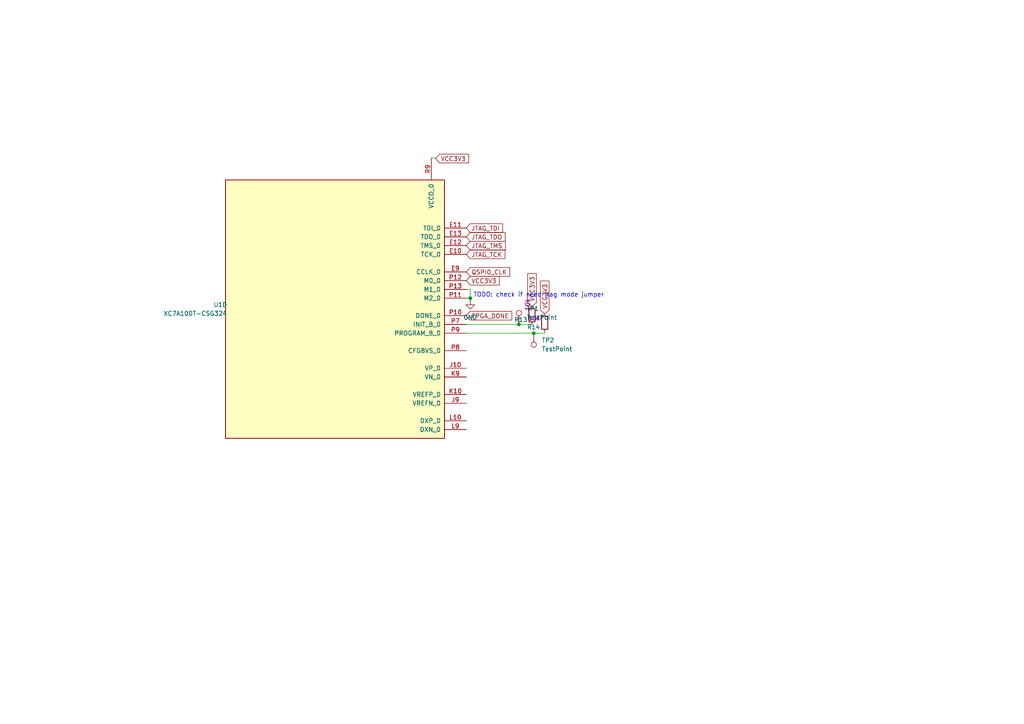
<source format=kicad_sch>
(kicad_sch (version 20230121) (generator eeschema)
  (paper "A4")
  (lib_symbols
    (symbol "Connector:TestPoint" (pin_numbers hide) (pin_names (offset 0.762) hide)
      (property "Reference" "TP" (at 0 6.858 0))
      (property "Value" "TestPoint" (at 0 5.08 0))
      (symbol "TestPoint_0_1"
        (circle (center 0 3.302) (radius 0.762))
      )
      (symbol "TestPoint_1_1"
        (pin passive line (at 0 0 90) (length 2.54) (name "1") (number "1"))
      )
    )
    (symbol "FPGA_Xilinx_Artix7:XC7A100T-CSG324" (pin_names (offset 1.016))
      (property "Reference" "U" (at 0 1.27 0))
      (property "Value" "XC7A100T-CSG324" (at 0 -1.27 0))
      (symbol "XC7A100T-CSG324_1_1"
        (rectangle (start -44.45 67.31) (end 44.45 -73.66) (stroke (width 0.254)) (fill (type background)))
        (pin bidirectional line (at 50.8 33.02 180) (length 6.35) (name "IO_L4N_T0_15") (number "A11"))
        (pin bidirectional line (at 50.8 10.16 180) (length 6.35) (name "IO_L9P_T1_DQS_AD3P_15") (number "A13"))
        (pin bidirectional line (at 50.8 7.62 180) (length 6.35) (name "IO_L9N_T1_DQS_AD3N_15") (number "A14"))
        (pin bidirectional line (at 50.8 15.24 180) (length 6.35) (name "IO_L8P_T1_AD10P_15") (number "A15"))
        (pin bidirectional line (at 50.8 12.7 180) (length 6.35) (name "IO_L8N_T1_AD10N_15") (number "A16"))
        (pin power_in line (at 27.94 73.66 270) (length 6.35) (name "VCCO_15") (number "A17"))
        (pin bidirectional line (at 50.8 2.54 180) (length 6.35) (name "IO_L10N_T1_AD11N_15") (number "A18"))
        (pin bidirectional line (at 50.8 35.56 180) (length 6.35) (name "IO_L4P_T0_15") (number "B11"))
        (pin bidirectional line (at 50.8 38.1 180) (length 6.35) (name "IO_L3N_T0_DQS_AD1N_15") (number "B12"))
        (pin bidirectional line (at 50.8 45.72 180) (length 6.35) (name "IO_L2P_T0_AD8P_15") (number "B13"))
        (pin bidirectional line (at 50.8 43.18 180) (length 6.35) (name "IO_L2N_T0_AD8N_15") (number "B14"))
        (pin bidirectional line (at 50.8 20.32 180) (length 6.35) (name "IO_L7P_T1_AD2P_15") (number "B16"))
        (pin bidirectional line (at 50.8 17.78 180) (length 6.35) (name "IO_L7N_T1_AD2N_15") (number "B17"))
        (pin bidirectional line (at 50.8 5.08 180) (length 6.35) (name "IO_L10P_T1_AD11P_15") (number "B18"))
        (pin bidirectional line (at 50.8 40.64 180) (length 6.35) (name "IO_L3P_T0_DQS_AD1P_15") (number "C12"))
        (pin power_in line (at 30.48 73.66 270) (length 6.35) (name "VCCO_15") (number "C13"))
        (pin bidirectional line (at 50.8 48.26 180) (length 6.35) (name "IO_L1N_T0_AD0N_15") (number "C14"))
        (pin bidirectional line (at 50.8 -7.62 180) (length 6.35) (name "IO_L12N_T1_MRCC_15") (number "C15"))
        (pin bidirectional line (at 50.8 -45.72 180) (length 6.35) (name "IO_L20P_T3_A20_15") (number "C16"))
        (pin bidirectional line (at 50.8 -48.26 180) (length 6.35) (name "IO_L20N_T3_A19_15") (number "C17"))
        (pin bidirectional line (at 50.8 25.4 180) (length 6.35) (name "IO_L6P_T0_15") (number "D12"))
        (pin bidirectional line (at 50.8 22.86 180) (length 6.35) (name "IO_L6N_T0_VREF_15") (number "D13"))
        (pin bidirectional line (at 50.8 50.8 180) (length 6.35) (name "IO_L1P_T0_AD0P_15") (number "D14"))
        (pin bidirectional line (at 50.8 -5.08 180) (length 6.35) (name "IO_L12P_T1_MRCC_15") (number "D15"))
        (pin power_in line (at 33.02 73.66 270) (length 6.35) (name "VCCO_15") (number "D16"))
        (pin bidirectional line (at 50.8 -27.94 180) (length 6.35) (name "IO_L16N_T2_A27_15") (number "D17"))
        (pin bidirectional line (at 50.8 -53.34 180) (length 6.35) (name "IO_L21N_T3_DQS_A18_15") (number "D18"))
        (pin bidirectional line (at 50.8 0 180) (length 6.35) (name "IO_L11P_T1_SRCC_15") (number "E15"))
        (pin bidirectional line (at 50.8 -2.54 180) (length 6.35) (name "IO_L11N_T1_SRCC_15") (number "E16"))
        (pin bidirectional line (at 50.8 -25.4 180) (length 6.35) (name "IO_L16P_T2_A28_15") (number "E17"))
        (pin bidirectional line (at 50.8 -50.8 180) (length 6.35) (name "IO_L21P_T3_DQS_15") (number "E18"))
        (pin bidirectional line (at 50.8 30.48 180) (length 6.35) (name "IO_L5P_T0_AD9P_15") (number "F13"))
        (pin bidirectional line (at 50.8 27.94 180) (length 6.35) (name "IO_L5N_T0_AD9N_15") (number "F14"))
        (pin bidirectional line (at 50.8 -15.24 180) (length 6.35) (name "IO_L14P_T2_SRCC_15") (number "F15"))
        (pin bidirectional line (at 50.8 -17.78 180) (length 6.35) (name "IO_L14N_T2_SRCC_15") (number "F16"))
        (pin bidirectional line (at 50.8 -58.42 180) (length 6.35) (name "IO_L22N_T3_A16_15") (number "F18"))
        (pin bidirectional line (at 50.8 53.34 180) (length 6.35) (name "IO_0_15") (number "G13"))
        (pin bidirectional line (at 50.8 -22.86 180) (length 6.35) (name "IO_L15N_T2_DQS_ADV_B_15") (number "G14"))
        (pin power_in line (at 35.56 73.66 270) (length 6.35) (name "VCCO_15") (number "G15"))
        (pin bidirectional line (at 50.8 -12.7 180) (length 6.35) (name "IO_L13N_T2_MRCC_15") (number "G16"))
        (pin bidirectional line (at 50.8 -38.1 180) (length 6.35) (name "IO_L18N_T2_A23_15") (number "G17"))
        (pin bidirectional line (at 50.8 -55.88 180) (length 6.35) (name "IO_L22P_T3_A17_15") (number "G18"))
        (pin bidirectional line (at 50.8 -20.32 180) (length 6.35) (name "IO_L15P_T2_DQS_15") (number "H14"))
        (pin bidirectional line (at 50.8 -43.18 180) (length 6.35) (name "IO_L19N_T3_A21_VREF_15") (number "H15"))
        (pin bidirectional line (at 50.8 -10.16 180) (length 6.35) (name "IO_L13P_T2_MRCC_15") (number "H16"))
        (pin bidirectional line (at 50.8 -35.56 180) (length 6.35) (name "IO_L18P_T2_A24_15") (number "H17"))
        (pin power_in line (at 38.1 73.66 270) (length 6.35) (name "VCCO_15") (number "H18"))
        (pin bidirectional line (at 50.8 -33.02 180) (length 6.35) (name "IO_L17N_T2_A25_15") (number "J13"))
        (pin bidirectional line (at 50.8 -40.64 180) (length 6.35) (name "IO_L19P_T3_A22_15") (number "J14"))
        (pin bidirectional line (at 50.8 -68.58 180) (length 6.35) (name "IO_L24N_T3_RS0_15") (number "J15"))
        (pin bidirectional line (at 50.8 -60.96 180) (length 6.35) (name "IO_L23P_T3_FOE_B_15") (number "J17"))
        (pin bidirectional line (at 50.8 -63.5 180) (length 6.35) (name "IO_L23N_T3_FWE_B_15") (number "J18"))
        (pin bidirectional line (at 50.8 -30.48 180) (length 6.35) (name "IO_L17P_T2_A26_15") (number "K13"))
        (pin power_in line (at 40.64 73.66 270) (length 6.35) (name "VCCO_15") (number "K14"))
        (pin bidirectional line (at 50.8 -66.04 180) (length 6.35) (name "IO_L24P_T3_RS1_15") (number "K15"))
        (pin bidirectional line (at 50.8 -71.12 180) (length 6.35) (name "IO_25_15") (number "K16"))
        (pin bidirectional line (at -50.8 50.8 0) (length 6.35) (name "IO_L1P_T0_D00_MOSI_14") (number "K17"))
        (pin bidirectional line (at -50.8 48.26 0) (length 6.35) (name "IO_L1N_T0_D01_DIN_14") (number "K18"))
        (pin bidirectional line (at -50.8 25.4 0) (length 6.35) (name "IO_L6P_T0_FCS_B_14") (number "L13"))
        (pin bidirectional line (at -50.8 45.72 0) (length 6.35) (name "IO_L2P_T0_D02_14") (number "L14"))
        (pin bidirectional line (at -50.8 40.64 0) (length 6.35) (name "IO_L3P_T0_DQS_PUDC_B_14") (number "L15"))
        (pin bidirectional line (at -50.8 38.1 0) (length 6.35) (name "IO_L3N_T0_DQS_EMCCLK_14") (number "L16"))
        (pin power_in line (at -40.64 73.66 270) (length 6.35) (name "VCCO_14") (number "L17"))
        (pin bidirectional line (at -50.8 35.56 0) (length 6.35) (name "IO_L4P_T0_D04_14") (number "L18"))
        (pin bidirectional line (at -50.8 22.86 0) (length 6.35) (name "IO_L6N_T0_D08_VREF_14") (number "M13"))
        (pin bidirectional line (at -50.8 43.18 0) (length 6.35) (name "IO_L2N_T0_D03_14") (number "M14"))
        (pin bidirectional line (at -50.8 5.08 0) (length 6.35) (name "IO_L10P_T1_D14_14") (number "M16"))
        (pin bidirectional line (at -50.8 2.54 0) (length 6.35) (name "IO_L10N_T1_D15_14") (number "M17"))
        (pin bidirectional line (at -50.8 33.02 0) (length 6.35) (name "IO_L4N_T0_D05_14") (number "M18"))
        (pin power_in line (at -38.1 73.66 270) (length 6.35) (name "VCCO_14") (number "N13"))
        (pin bidirectional line (at -50.8 15.24 0) (length 6.35) (name "IO_L8P_T1_D11_14") (number "N14"))
        (pin bidirectional line (at -50.8 0 0) (length 6.35) (name "IO_L11P_T1_SRCC_14") (number "N15"))
        (pin bidirectional line (at -50.8 -2.54 0) (length 6.35) (name "IO_L11N_T1_SRCC_14") (number "N16"))
        (pin bidirectional line (at -50.8 10.16 0) (length 6.35) (name "IO_L9P_T1_DQS_14") (number "N17"))
        (pin bidirectional line (at -50.8 12.7 0) (length 6.35) (name "IO_L8N_T1_D12_14") (number "P14"))
        (pin bidirectional line (at -50.8 -10.16 0) (length 6.35) (name "IO_L13P_T2_MRCC_14") (number "P15"))
        (pin power_in line (at -35.56 73.66 270) (length 6.35) (name "VCCO_14") (number "P16"))
        (pin bidirectional line (at -50.8 -5.08 0) (length 6.35) (name "IO_L12P_T1_MRCC_14") (number "P17"))
        (pin bidirectional line (at -50.8 7.62 0) (length 6.35) (name "IO_L9N_T1_DQS_D13_14") (number "P18"))
        (pin bidirectional line (at -50.8 -71.12 0) (length 6.35) (name "IO_25_14") (number "R10"))
        (pin bidirectional line (at -50.8 53.34 0) (length 6.35) (name "IO_0_14") (number "R11"))
        (pin bidirectional line (at -50.8 30.48 0) (length 6.35) (name "IO_L5P_T0_D06_14") (number "R12"))
        (pin bidirectional line (at -50.8 27.94 0) (length 6.35) (name "IO_L5N_T0_D07_14") (number "R13"))
        (pin bidirectional line (at -50.8 -12.7 0) (length 6.35) (name "IO_L13N_T2_MRCC_14") (number "R15"))
        (pin bidirectional line (at -50.8 -20.32 0) (length 6.35) (name "IO_L15P_T2_DQS_RDWR_B_14") (number "R16"))
        (pin bidirectional line (at -50.8 -7.62 0) (length 6.35) (name "IO_L12N_T1_MRCC_14") (number "R17"))
        (pin bidirectional line (at -50.8 20.32 0) (length 6.35) (name "IO_L7P_T1_D09_14") (number "R18"))
        (pin bidirectional line (at -50.8 -68.58 0) (length 6.35) (name "IO_L24N_T3_A00_D16_14") (number "T10"))
        (pin bidirectional line (at -50.8 -40.64 0) (length 6.35) (name "IO_L19P_T3_A10_D26_14") (number "T11"))
        (pin power_in line (at -33.02 73.66 270) (length 6.35) (name "VCCO_14") (number "T12"))
        (pin bidirectional line (at -50.8 -60.96 0) (length 6.35) (name "IO_L23P_T3_A03_D19_14") (number "T13"))
        (pin bidirectional line (at -50.8 -15.24 0) (length 6.35) (name "IO_L14P_T2_SRCC_14") (number "T14"))
        (pin bidirectional line (at -50.8 -17.78 0) (length 6.35) (name "IO_L14N_T2_SRCC_14") (number "T15"))
        (pin bidirectional line (at -50.8 -22.86 0) (length 6.35) (name "IO_L15N_T2_DQS_DOUT_CSO_B_14") (number "T16"))
        (pin bidirectional line (at -50.8 17.78 0) (length 6.35) (name "IO_L7N_T1_D10_14") (number "T18"))
        (pin bidirectional line (at -50.8 -66.04 0) (length 6.35) (name "IO_L24P_T3_A01_D17_14") (number "T9"))
        (pin bidirectional line (at -50.8 -43.18 0) (length 6.35) (name "IO_L19N_T3_A09_D25_VREF_14") (number "U11"))
        (pin bidirectional line (at -50.8 -45.72 0) (length 6.35) (name "IO_L20P_T3_A08_D24_14") (number "U12"))
        (pin bidirectional line (at -50.8 -63.5 0) (length 6.35) (name "IO_L23N_T3_A02_D18_14") (number "U13"))
        (pin bidirectional line (at -50.8 -55.88 0) (length 6.35) (name "IO_L22P_T3_A05_D21_14") (number "U14"))
        (pin power_in line (at -30.48 73.66 270) (length 6.35) (name "VCCO_14") (number "U15"))
        (pin bidirectional line (at -50.8 -35.56 0) (length 6.35) (name "IO_L18P_T2_A12_D28_14") (number "U16"))
        (pin bidirectional line (at -50.8 -30.48 0) (length 6.35) (name "IO_L17P_T2_A14_D30_14") (number "U17"))
        (pin bidirectional line (at -50.8 -33.02 0) (length 6.35) (name "IO_L17N_T2_A13_D29_14") (number "U18"))
        (pin bidirectional line (at -50.8 -50.8 0) (length 6.35) (name "IO_L21P_T3_DQS_14") (number "V10"))
        (pin bidirectional line (at -50.8 -53.34 0) (length 6.35) (name "IO_L21N_T3_DQS_A06_D22_14") (number "V11"))
        (pin bidirectional line (at -50.8 -48.26 0) (length 6.35) (name "IO_L20N_T3_A07_D23_14") (number "V12"))
        (pin bidirectional line (at -50.8 -58.42 0) (length 6.35) (name "IO_L22N_T3_A04_D20_14") (number "V14"))
        (pin bidirectional line (at -50.8 -25.4 0) (length 6.35) (name "IO_L16P_T2_CSI_B_14") (number "V15"))
        (pin bidirectional line (at -50.8 -27.94 0) (length 6.35) (name "IO_L16N_T2_A15_D31_14") (number "V16"))
        (pin bidirectional line (at -50.8 -38.1 0) (length 6.35) (name "IO_L18N_T2_A11_D27_14") (number "V17"))
        (pin power_in line (at -27.94 73.66 270) (length 6.35) (name "VCCO_14") (number "V18"))
      )
      (symbol "XC7A100T-CSG324_2_1"
        (rectangle (start -44.45 67.31) (end 44.45 -73.66) (stroke (width 0.254)) (fill (type background)))
        (pin bidirectional line (at -50.8 35.56 0) (length 6.35) (name "IO_L14P_T2_SRCC_16") (number "A10"))
        (pin bidirectional line (at -50.8 43.18 0) (length 6.35) (name "IO_L12N_T1_MRCC_16") (number "A8"))
        (pin bidirectional line (at -50.8 33.02 0) (length 6.35) (name "IO_L14N_T2_SRCC_16") (number "A9"))
        (pin power_in line (at -40.64 73.66 270) (length 6.35) (name "VCCO_16") (number "B10"))
        (pin bidirectional line (at -50.8 45.72 0) (length 6.35) (name "IO_L12P_T1_MRCC_16") (number "B8"))
        (pin bidirectional line (at -50.8 48.26 0) (length 6.35) (name "IO_L11N_T1_SRCC_16") (number "B9"))
        (pin bidirectional line (at -50.8 38.1 0) (length 6.35) (name "IO_L13N_T2_MRCC_16") (number "C10"))
        (pin bidirectional line (at -50.8 40.64 0) (length 6.35) (name "IO_L13P_T2_MRCC_16") (number "C11"))
        (pin bidirectional line (at -50.8 50.8 0) (length 6.35) (name "IO_L11P_T1_SRCC_16") (number "C9"))
        (pin bidirectional line (at -50.8 30.48 0) (length 6.35) (name "IO_L19N_T3_VREF_16") (number "D10"))
        (pin bidirectional line (at -50.8 53.34 0) (length 6.35) (name "IO_L6N_T0_VREF_16") (number "D9"))
        (pin bidirectional line (at 50.8 45.72 180) (length 6.35) (name "IO_L2P_T0_34") (number "K3"))
        (pin power_in line (at 27.94 73.66 270) (length 6.35) (name "VCCO_34") (number "K4"))
        (pin bidirectional line (at 50.8 30.48 180) (length 6.35) (name "IO_L5P_T0_34") (number "K5"))
        (pin bidirectional line (at 50.8 53.34 180) (length 6.35) (name "IO_0_34") (number "K6"))
        (pin bidirectional line (at 50.8 50.8 180) (length 6.35) (name "IO_L1P_T0_34") (number "L1"))
        (pin bidirectional line (at 50.8 43.18 180) (length 6.35) (name "IO_L2N_T0_34") (number "L3"))
        (pin bidirectional line (at 50.8 27.94 180) (length 6.35) (name "IO_L5N_T0_34") (number "L4"))
        (pin bidirectional line (at 50.8 22.86 180) (length 6.35) (name "IO_L6N_T0_VREF_34") (number "L5"))
        (pin bidirectional line (at 50.8 25.4 180) (length 6.35) (name "IO_L6P_T0_34") (number "L6"))
        (pin bidirectional line (at 50.8 48.26 180) (length 6.35) (name "IO_L1N_T0_34") (number "M1"))
        (pin bidirectional line (at 50.8 33.02 180) (length 6.35) (name "IO_L4N_T0_34") (number "M2"))
        (pin bidirectional line (at 50.8 35.56 180) (length 6.35) (name "IO_L4P_T0_34") (number "M3"))
        (pin bidirectional line (at 50.8 -25.4 180) (length 6.35) (name "IO_L16P_T2_34") (number "M4"))
        (pin bidirectional line (at 50.8 -35.56 180) (length 6.35) (name "IO_L18P_T2_34") (number "M6"))
        (pin bidirectional line (at 50.8 38.1 180) (length 6.35) (name "IO_L3N_T0_DQS_34") (number "N1"))
        (pin bidirectional line (at 50.8 40.64 180) (length 6.35) (name "IO_L3P_T0_DQS_34") (number "N2"))
        (pin power_in line (at 30.48 73.66 270) (length 6.35) (name "VCCO_34") (number "N3"))
        (pin bidirectional line (at 50.8 -27.94 180) (length 6.35) (name "IO_L16N_T2_34") (number "N4"))
        (pin bidirectional line (at 50.8 -10.16 180) (length 6.35) (name "IO_L13P_T2_MRCC_34") (number "N5"))
        (pin bidirectional line (at 50.8 -38.1 180) (length 6.35) (name "IO_L18N_T2_34") (number "N6"))
        (pin bidirectional line (at 50.8 -20.32 180) (length 6.35) (name "IO_L15P_T2_DQS_34") (number "P2"))
        (pin bidirectional line (at 50.8 -17.78 180) (length 6.35) (name "IO_L14N_T2_SRCC_34") (number "P3"))
        (pin bidirectional line (at 50.8 -15.24 180) (length 6.35) (name "IO_L14P_T2_SRCC_34") (number "P4"))
        (pin bidirectional line (at 50.8 -12.7 180) (length 6.35) (name "IO_L13N_T2_MRCC_34") (number "P5"))
        (pin power_in line (at 33.02 73.66 270) (length 6.35) (name "VCCO_34") (number "P6"))
        (pin bidirectional line (at 50.8 -30.48 180) (length 6.35) (name "IO_L17P_T2_34") (number "R1"))
        (pin bidirectional line (at 50.8 -22.86 180) (length 6.35) (name "IO_L15N_T2_DQS_34") (number "R2"))
        (pin bidirectional line (at 50.8 0 180) (length 6.35) (name "IO_L11P_T1_SRCC_34") (number "R3"))
        (pin bidirectional line (at 50.8 -43.18 180) (length 6.35) (name "IO_L19N_T3_VREF_34") (number "R5"))
        (pin bidirectional line (at 50.8 -40.64 180) (length 6.35) (name "IO_L19P_T3_34") (number "R6"))
        (pin bidirectional line (at 50.8 -60.96 180) (length 6.35) (name "IO_L23P_T3_34") (number "R7"))
        (pin bidirectional line (at 50.8 -66.04 180) (length 6.35) (name "IO_L24P_T3_34") (number "R8"))
        (pin bidirectional line (at 50.8 -33.02 180) (length 6.35) (name "IO_L17N_T2_34") (number "T1"))
        (pin power_in line (at 35.56 73.66 270) (length 6.35) (name "VCCO_34") (number "T2"))
        (pin bidirectional line (at 50.8 -2.54 180) (length 6.35) (name "IO_L11N_T1_SRCC_34") (number "T3"))
        (pin bidirectional line (at 50.8 -7.62 180) (length 6.35) (name "IO_L12N_T1_MRCC_34") (number "T4"))
        (pin bidirectional line (at 50.8 -5.08 180) (length 6.35) (name "IO_L12P_T1_MRCC_34") (number "T5"))
        (pin bidirectional line (at 50.8 -63.5 180) (length 6.35) (name "IO_L23N_T3_34") (number "T6"))
        (pin bidirectional line (at 50.8 -68.58 180) (length 6.35) (name "IO_L24N_T3_34") (number "T8"))
        (pin bidirectional line (at 50.8 20.32 180) (length 6.35) (name "IO_L7P_T1_34") (number "U1"))
        (pin bidirectional line (at 50.8 10.16 180) (length 6.35) (name "IO_L9P_T1_DQS_34") (number "U2"))
        (pin bidirectional line (at 50.8 12.7 180) (length 6.35) (name "IO_L8N_T1_34") (number "U3"))
        (pin bidirectional line (at 50.8 15.24 180) (length 6.35) (name "IO_L8P_T1_34") (number "U4"))
        (pin power_in line (at 38.1 73.66 270) (length 6.35) (name "VCCO_34") (number "U5"))
        (pin bidirectional line (at 50.8 -58.42 180) (length 6.35) (name "IO_L22N_T3_34") (number "U6"))
        (pin bidirectional line (at 50.8 -55.88 180) (length 6.35) (name "IO_L22P_T3_34") (number "U7"))
        (pin bidirectional line (at 50.8 -71.12 180) (length 6.35) (name "IO_25_34") (number "U8"))
        (pin bidirectional line (at 50.8 -50.8 180) (length 6.35) (name "IO_L21P_T3_DQS_34") (number "U9"))
        (pin bidirectional line (at 50.8 17.78 180) (length 6.35) (name "IO_L7N_T1_34") (number "V1"))
        (pin bidirectional line (at 50.8 7.62 180) (length 6.35) (name "IO_L9N_T1_DQS_34") (number "V2"))
        (pin bidirectional line (at 50.8 2.54 180) (length 6.35) (name "IO_L10N_T1_34") (number "V4"))
        (pin bidirectional line (at 50.8 5.08 180) (length 6.35) (name "IO_L10P_T1_34") (number "V5"))
        (pin bidirectional line (at 50.8 -48.26 180) (length 6.35) (name "IO_L20N_T3_34") (number "V6"))
        (pin bidirectional line (at 50.8 -45.72 180) (length 6.35) (name "IO_L20P_T3_34") (number "V7"))
        (pin power_in line (at 40.64 73.66 270) (length 6.35) (name "VCCO_34") (number "V8"))
        (pin bidirectional line (at 50.8 -53.34 180) (length 6.35) (name "IO_L21N_T3_DQS_34") (number "V9"))
      )
      (symbol "XC7A100T-CSG324_3_1"
        (rectangle (start -44.45 67.31) (end 44.45 -73.66) (stroke (width 0.254)) (fill (type background)))
        (pin bidirectional line (at -50.8 7.62 0) (length 6.35) (name "IO_L9N_T1_DQS_AD7N_35") (number "A1"))
        (pin bidirectional line (at -50.8 12.7 0) (length 6.35) (name "IO_L8N_T1_AD14N_35") (number "A3"))
        (pin bidirectional line (at -50.8 15.24 0) (length 6.35) (name "IO_L8P_T1_AD14P_35") (number "A4"))
        (pin bidirectional line (at -50.8 38.1 0) (length 6.35) (name "IO_L3N_T0_DQS_AD5N_35") (number "A5"))
        (pin bidirectional line (at -50.8 40.64 0) (length 6.35) (name "IO_L3P_T0_DQS_AD5P_35") (number "A6"))
        (pin power_in line (at -40.64 73.66 270) (length 6.35) (name "VCCO_35") (number "A7"))
        (pin bidirectional line (at -50.8 10.16 0) (length 6.35) (name "IO_L9P_T1_DQS_AD7P_35") (number "B1"))
        (pin bidirectional line (at -50.8 2.54 0) (length 6.35) (name "IO_L10N_T1_AD15N_35") (number "B2"))
        (pin bidirectional line (at -50.8 5.08 0) (length 6.35) (name "IO_L10P_T1_AD15P_35") (number "B3"))
        (pin bidirectional line (at -50.8 17.78 0) (length 6.35) (name "IO_L7N_T1_AD6N_35") (number "B4"))
        (pin bidirectional line (at -50.8 43.18 0) (length 6.35) (name "IO_L2N_T0_AD12N_35") (number "B6"))
        (pin bidirectional line (at -50.8 45.72 0) (length 6.35) (name "IO_L2P_T0_AD12P_35") (number "B7"))
        (pin bidirectional line (at -50.8 -27.94 0) (length 6.35) (name "IO_L16N_T2_35") (number "C1"))
        (pin bidirectional line (at -50.8 -25.4 0) (length 6.35) (name "IO_L16P_T2_35") (number "C2"))
        (pin power_in line (at -38.1 73.66 270) (length 6.35) (name "VCCO_35") (number "C3"))
        (pin bidirectional line (at -50.8 20.32 0) (length 6.35) (name "IO_L7P_T1_AD6P_35") (number "C4"))
        (pin bidirectional line (at -50.8 48.26 0) (length 6.35) (name "IO_L1N_T0_AD4N_35") (number "C5"))
        (pin bidirectional line (at -50.8 50.8 0) (length 6.35) (name "IO_L1P_T0_AD4P_35") (number "C6"))
        (pin bidirectional line (at -50.8 33.02 0) (length 6.35) (name "IO_L4N_T0_35") (number "C7"))
        (pin bidirectional line (at -50.8 -17.78 0) (length 6.35) (name "IO_L14N_T2_SRCC_35") (number "D2"))
        (pin bidirectional line (at -50.8 -7.62 0) (length 6.35) (name "IO_L12N_T1_MRCC_35") (number "D3"))
        (pin bidirectional line (at -50.8 -2.54 0) (length 6.35) (name "IO_L11N_T1_SRCC_35") (number "D4"))
        (pin bidirectional line (at -50.8 0 0) (length 6.35) (name "IO_L11P_T1_SRCC_35") (number "D5"))
        (pin power_in line (at -35.56 73.66 270) (length 6.35) (name "VCCO_35") (number "D6"))
        (pin bidirectional line (at -50.8 22.86 0) (length 6.35) (name "IO_L6N_T0_VREF_35") (number "D7"))
        (pin bidirectional line (at -50.8 35.56 0) (length 6.35) (name "IO_L4P_T0_35") (number "D8"))
        (pin bidirectional line (at -50.8 -38.1 0) (length 6.35) (name "IO_L18N_T2_35") (number "E1"))
        (pin bidirectional line (at -50.8 -15.24 0) (length 6.35) (name "IO_L14P_T2_SRCC_35") (number "E2"))
        (pin bidirectional line (at -50.8 -5.08 0) (length 6.35) (name "IO_L12P_T1_MRCC_35") (number "E3"))
        (pin bidirectional line (at -50.8 27.94 0) (length 6.35) (name "IO_L5N_T0_AD13N_35") (number "E5"))
        (pin bidirectional line (at -50.8 30.48 0) (length 6.35) (name "IO_L5P_T0_AD13P_35") (number "E6"))
        (pin bidirectional line (at -50.8 25.4 0) (length 6.35) (name "IO_L6P_T0_35") (number "E7"))
        (pin bidirectional line (at -50.8 -35.56 0) (length 6.35) (name "IO_L18P_T2_35") (number "F1"))
        (pin power_in line (at -33.02 73.66 270) (length 6.35) (name "VCCO_35") (number "F2"))
        (pin bidirectional line (at -50.8 -12.7 0) (length 6.35) (name "IO_L13N_T2_MRCC_35") (number "F3"))
        (pin bidirectional line (at -50.8 -10.16 0) (length 6.35) (name "IO_L13P_T2_MRCC_35") (number "F4"))
        (pin bidirectional line (at -50.8 53.34 0) (length 6.35) (name "IO_0_35") (number "F5"))
        (pin bidirectional line (at -50.8 -43.18 0) (length 6.35) (name "IO_L19N_T3_VREF_35") (number "F6"))
        (pin bidirectional line (at -50.8 -33.02 0) (length 6.35) (name "IO_L17N_T2_35") (number "G1"))
        (pin bidirectional line (at -50.8 -22.86 0) (length 6.35) (name "IO_L15N_T2_DQS_35") (number "G2"))
        (pin bidirectional line (at -50.8 -48.26 0) (length 6.35) (name "IO_L20N_T3_35") (number "G3"))
        (pin bidirectional line (at -50.8 -45.72 0) (length 6.35) (name "IO_L20P_T3_35") (number "G4"))
        (pin power_in line (at -30.48 73.66 270) (length 6.35) (name "VCCO_35") (number "G5"))
        (pin bidirectional line (at -50.8 -40.64 0) (length 6.35) (name "IO_L19P_T3_35") (number "G6"))
        (pin bidirectional line (at -50.8 -30.48 0) (length 6.35) (name "IO_L17P_T2_35") (number "H1"))
        (pin bidirectional line (at -50.8 -20.32 0) (length 6.35) (name "IO_L15P_T2_DQS_35") (number "H2"))
        (pin bidirectional line (at -50.8 -53.34 0) (length 6.35) (name "IO_L21N_T3_DQS_35") (number "H4"))
        (pin bidirectional line (at -50.8 -68.58 0) (length 6.35) (name "IO_L24N_T3_35") (number "H5"))
        (pin bidirectional line (at -50.8 -66.04 0) (length 6.35) (name "IO_L24P_T3_35") (number "H6"))
        (pin power_in line (at -27.94 73.66 270) (length 6.35) (name "VCCO_35") (number "J1"))
        (pin bidirectional line (at -50.8 -58.42 0) (length 6.35) (name "IO_L22N_T3_35") (number "J2"))
        (pin bidirectional line (at -50.8 -55.88 0) (length 6.35) (name "IO_L22P_T3_35") (number "J3"))
        (pin bidirectional line (at -50.8 -50.8 0) (length 6.35) (name "IO_L21P_T3_DQS_35") (number "J4"))
        (pin bidirectional line (at -50.8 -71.12 0) (length 6.35) (name "IO_25_35") (number "J5"))
        (pin bidirectional line (at -50.8 -63.5 0) (length 6.35) (name "IO_L23N_T3_35") (number "K1"))
        (pin bidirectional line (at -50.8 -60.96 0) (length 6.35) (name "IO_L23P_T3_35") (number "K2"))
      )
      (symbol "XC7A100T-CSG324_4_1"
        (rectangle (start -31.75 34.29) (end 31.75 -40.64) (stroke (width 0.254)) (fill (type background)))
        (pin bidirectional line (at 38.1 12.7 180) (length 6.35) (name "TCK_0") (number "E10"))
        (pin bidirectional line (at 38.1 20.32 180) (length 6.35) (name "TDI_0") (number "E11"))
        (pin bidirectional line (at 38.1 15.24 180) (length 6.35) (name "TMS_0") (number "E12"))
        (pin bidirectional line (at 38.1 17.78 180) (length 6.35) (name "TDO_0") (number "E13"))
        (pin bidirectional line (at 38.1 7.62 180) (length 6.35) (name "CCLK_0") (number "E9"))
        (pin bidirectional line (at 38.1 -20.32 180) (length 6.35) (name "VP_0") (number "J10"))
        (pin bidirectional line (at 38.1 -30.48 180) (length 6.35) (name "VREFN_0") (number "J9"))
        (pin bidirectional line (at 38.1 -27.94 180) (length 6.35) (name "VREFP_0") (number "K10"))
        (pin bidirectional line (at 38.1 -22.86 180) (length 6.35) (name "VN_0") (number "K9"))
        (pin bidirectional line (at 38.1 -35.56 180) (length 6.35) (name "DXP_0") (number "L10"))
        (pin bidirectional line (at 38.1 -38.1 180) (length 6.35) (name "DXN_0") (number "L9"))
        (pin bidirectional line (at 38.1 -5.08 180) (length 6.35) (name "DONE_0") (number "P10"))
        (pin bidirectional line (at 38.1 0 180) (length 6.35) (name "M2_0") (number "P11"))
        (pin bidirectional line (at 38.1 5.08 180) (length 6.35) (name "M0_0") (number "P12"))
        (pin bidirectional line (at 38.1 2.54 180) (length 6.35) (name "M1_0") (number "P13"))
        (pin bidirectional line (at 38.1 -7.62 180) (length 6.35) (name "INIT_B_0") (number "P7"))
        (pin bidirectional line (at 38.1 -15.24 180) (length 6.35) (name "CFGBVS_0") (number "P8"))
        (pin bidirectional line (at 38.1 -10.16 180) (length 6.35) (name "PROGRAM_B_0") (number "P9"))
        (pin power_in line (at 27.94 40.64 270) (length 6.35) (name "VCCO_0") (number "R9"))
      )
      (symbol "XC7A100T-CSG324_5_1"
        (rectangle (start -19.05 50.8) (end 19.05 -50.8) (stroke (width 0.254)) (fill (type background)))
        (pin power_in line (at -25.4 7.62 0) (length 6.35) (name "GND") (number "A12"))
        (pin power_in line (at -25.4 10.16 0) (length 6.35) (name "GND") (number "A2"))
        (pin power_in line (at -25.4 2.54 0) (length 6.35) (name "GND") (number "B15"))
        (pin power_in line (at -25.4 5.08 0) (length 6.35) (name "GND") (number "B5"))
        (pin power_in line (at -25.4 -2.54 0) (length 6.35) (name "GND") (number "C18"))
        (pin power_in line (at -25.4 0 0) (length 6.35) (name "GND") (number "C8"))
        (pin power_in line (at -25.4 -5.08 0) (length 6.35) (name "GND") (number "D1"))
        (pin power_in line (at -25.4 -7.62 0) (length 6.35) (name "GND") (number "D11"))
        (pin power_in line (at -25.4 -12.7 0) (length 6.35) (name "GND") (number "E14"))
        (pin power_in line (at -25.4 -10.16 0) (length 6.35) (name "GND") (number "E4"))
        (pin power_in line (at -25.4 30.48 0) (length 6.35) (name "VCCBATT_0") (number "E8"))
        (pin power_in line (at -25.4 27.94 0) (length 6.35) (name "VCCBRAM") (number "F10"))
        (pin power_in line (at -25.4 -20.32 0) (length 6.35) (name "GND") (number "F11"))
        (pin power_in line (at -25.4 48.26 0) (length 6.35) (name "VCCAUX") (number "F12"))
        (pin power_in line (at -25.4 -22.86 0) (length 6.35) (name "GND") (number "F17"))
        (pin power_in line (at -25.4 -15.24 0) (length 6.35) (name "GND") (number "F7"))
        (pin power_in line (at 25.4 48.26 180) (length 6.35) (name "VCCINT") (number "F8"))
        (pin power_in line (at -25.4 -17.78 0) (length 6.35) (name "GND") (number "F9"))
        (pin power_in line (at -25.4 -27.94 0) (length 6.35) (name "GND") (number "G10"))
        (pin power_in line (at -25.4 25.4 0) (length 6.35) (name "VCCBRAM") (number "G11"))
        (pin power_in line (at -25.4 -30.48 0) (length 6.35) (name "GND") (number "G12"))
        (pin power_in line (at 25.4 45.72 180) (length 6.35) (name "VCCINT") (number "G7"))
        (pin power_in line (at -25.4 -25.4 0) (length 6.35) (name "GND") (number "G8"))
        (pin power_in line (at 25.4 43.18 180) (length 6.35) (name "VCCINT") (number "G9"))
        (pin power_in line (at -25.4 33.02 0) (length 6.35) (name "VCCADC_0") (number "H10"))
        (pin power_in line (at -25.4 -38.1 0) (length 6.35) (name "GND") (number "H11"))
        (pin power_in line (at -25.4 45.72 0) (length 6.35) (name "VCCAUX") (number "H12"))
        (pin power_in line (at -25.4 -40.64 0) (length 6.35) (name "GND") (number "H13"))
        (pin power_in line (at -25.4 -33.02 0) (length 6.35) (name "GND") (number "H3"))
        (pin power_in line (at -25.4 -35.56 0) (length 6.35) (name "GND") (number "H7"))
        (pin power_in line (at 25.4 40.64 180) (length 6.35) (name "VCCINT") (number "H8"))
        (pin power_in line (at -25.4 35.56 0) (length 6.35) (name "GNDADC_0") (number "H9"))
        (pin power_in line (at 25.4 35.56 180) (length 6.35) (name "VCCINT") (number "J11"))
        (pin power_in line (at -25.4 -48.26 0) (length 6.35) (name "GND") (number "J12"))
        (pin power_in line (at 25.4 7.62 180) (length 6.35) (name "GND") (number "J16"))
        (pin power_in line (at -25.4 -43.18 0) (length 6.35) (name "GND") (number "J6"))
        (pin power_in line (at 25.4 38.1 180) (length 6.35) (name "VCCINT") (number "J7"))
        (pin power_in line (at -25.4 -45.72 0) (length 6.35) (name "GND") (number "J8"))
        (pin power_in line (at 25.4 2.54 180) (length 6.35) (name "GND") (number "K11"))
        (pin power_in line (at -25.4 43.18 0) (length 6.35) (name "VCCAUX") (number "K12"))
        (pin power_in line (at 25.4 5.08 180) (length 6.35) (name "GND") (number "K7"))
        (pin power_in line (at 25.4 33.02 180) (length 6.35) (name "VCCINT") (number "K8"))
        (pin power_in line (at 25.4 27.94 180) (length 6.35) (name "VCCINT") (number "L11"))
        (pin power_in line (at 25.4 -5.08 180) (length 6.35) (name "GND") (number "L12"))
        (pin power_in line (at 25.4 0 180) (length 6.35) (name "GND") (number "L2"))
        (pin power_in line (at 25.4 30.48 180) (length 6.35) (name "VCCINT") (number "L7"))
        (pin power_in line (at 25.4 -2.54 180) (length 6.35) (name "GND") (number "L8"))
        (pin power_in line (at 25.4 22.86 180) (length 6.35) (name "VCCINT") (number "M10"))
        (pin power_in line (at 25.4 -15.24 180) (length 6.35) (name "GND") (number "M11"))
        (pin power_in line (at -25.4 40.64 0) (length 6.35) (name "VCCAUX") (number "M12"))
        (pin power_in line (at 25.4 -17.78 180) (length 6.35) (name "GND") (number "M15"))
        (pin power_in line (at 25.4 -7.62 180) (length 6.35) (name "GND") (number "M5"))
        (pin power_in line (at 25.4 -10.16 180) (length 6.35) (name "GND") (number "M7"))
        (pin power_in line (at 25.4 25.4 180) (length 6.35) (name "VCCINT") (number "M8"))
        (pin power_in line (at 25.4 -12.7 180) (length 6.35) (name "GND") (number "M9"))
        (pin power_in line (at 25.4 -22.86 180) (length 6.35) (name "GND") (number "N10"))
        (pin power_in line (at 25.4 15.24 180) (length 6.35) (name "VCCINT") (number "N11"))
        (pin power_in line (at 25.4 -25.4 180) (length 6.35) (name "GND") (number "N12"))
        (pin power_in line (at 25.4 -27.94 180) (length 6.35) (name "GND") (number "N18"))
        (pin power_in line (at 25.4 20.32 180) (length 6.35) (name "VCCINT") (number "N7"))
        (pin power_in line (at 25.4 -20.32 180) (length 6.35) (name "GND") (number "N8"))
        (pin power_in line (at 25.4 17.78 180) (length 6.35) (name "VCCINT") (number "N9"))
        (pin power_in line (at 25.4 -30.48 180) (length 6.35) (name "GND") (number "P1"))
        (pin power_in line (at 25.4 -35.56 180) (length 6.35) (name "GND") (number "R14"))
        (pin power_in line (at 25.4 -33.02 180) (length 6.35) (name "GND") (number "R4"))
        (pin power_in line (at 25.4 -40.64 180) (length 6.35) (name "GND") (number "T17"))
        (pin power_in line (at 25.4 -38.1 180) (length 6.35) (name "GND") (number "T7"))
        (pin power_in line (at 25.4 -43.18 180) (length 6.35) (name "GND") (number "U10"))
        (pin power_in line (at 25.4 -48.26 180) (length 6.35) (name "GND") (number "V13"))
        (pin power_in line (at 25.4 -45.72 180) (length 6.35) (name "GND") (number "V3"))
      )
    )
    (symbol "R_100k_0402_1" (pin_numbers hide) (pin_names hide)
      (property "Reference" "R" (at 20.32 -5.08 0))
      (property "Val" "100k" (at 20.32 -7.62 0))
      (symbol "R_100k_0402_1_0_1"
        (rectangle (start 0.635 0.889) (end 4.445 -0.889) (stroke (width 0.254)))
      )
      (symbol "R_100k_0402_1_1_1"
        (pin passive line (at 0 0 0) (length 0.635) (name "~") (number "1"))
        (pin passive line (at 5.08 0 180) (length 0.635) (name "~") (number "2"))
      )
    )
    (symbol "power:GND" (power) (pin_names (offset 0))
      (property "Value" "GND" (at 0 -3.81 0))
      (symbol "GND_0_1"
        (polyline (pts (xy 0 0) (xy 0 -1.27) (xy 1.27 -1.27) (xy 0 -2.54) (xy -1.27 -1.27) (xy 0 -1.27)))
      )
      (symbol "GND_1_1"
        (pin power_in line (at 0 0 270) (length 0) hide (name "GND") (number "1"))
      )
    )
  )
  (junction (at 136.398 86.487))
  (junction (at 150.495 94.107))
  (junction (at 154.813 96.647))
  (wire (pts (xy 136.398 86.487) (xy 136.398 87.122)))
  (wire (pts (xy 125.095 45.847) (xy 126.365 45.847)))
  (wire (pts (xy 150.495 94.107) (xy 154.305 94.107)))
  (wire (pts (xy 135.255 94.107) (xy 150.495 94.107)))
  (wire (pts (xy 154.305 94.107) (xy 154.305 93.98)))
  (wire (pts (xy 136.398 83.947) (xy 136.398 86.487)))
  (wire (pts (xy 126.365 45.847) (xy 126.365 45.974)))
  (wire (pts (xy 135.255 96.647) (xy 154.813 96.647)))
  (wire (pts (xy 135.255 83.947) (xy 136.398 83.947)))
  (wire (pts (xy 157.988 96.647) (xy 157.988 96.139)))
  (wire (pts (xy 154.813 96.647) (xy 157.988 96.647)))
  (wire (pts (xy 135.255 86.487) (xy 136.398 86.487)))
  (text "TODO: check if need jtag mode jumper" (at 137.287 86.36 0) (effects (font (size 1.27 1.27)) (justify left bottom)))
  (global_label "VCC3V3" (shape input) (at 126.365 45.974 0) (property "Intersheetrefs" "${INTERSHEET_REFS}" (effects hide)))
  (global_label "JTAG_TCK" (shape input) (at 135.255 73.787 0) (property "Intersheetrefs" "${INTERSHEET_REFS}" (effects hide)))
  (global_label "JTAG_TDO" (shape input) (at 135.255 68.707 0) (property "Intersheetrefs" "${INTERSHEET_REFS}" (effects hide)))
  (global_label "FPGA_DONE" (shape input) (at 135.255 91.567 0) (property "Intersheetrefs" "${INTERSHEET_REFS}" (effects hide)))
  (global_label "QSPI0_CLK" (shape input) (at 135.255 78.867 0) (property "Intersheetrefs" "${INTERSHEET_REFS}" (effects hide)))
  (global_label "VCC3V3" (shape input) (at 154.305 88.9 90) (property "Intersheetrefs" "${INTERSHEET_REFS}" (effects hide)))
  (global_label "JTAG_TMS" (shape input) (at 135.255 71.247 0) (property "Intersheetrefs" "${INTERSHEET_REFS}" (effects hide)))
  (global_label "VCC3V3" (shape input) (at 157.988 91.059 90) (property "Intersheetrefs" "${INTERSHEET_REFS}" (effects hide)))
  (global_label "JTAG_TDI" (shape input) (at 135.255 66.167 0) (property "Intersheetrefs" "${INTERSHEET_REFS}" (effects hide)))
  (global_label "VCC3V3" (shape input) (at 135.255 81.407 0) (property "Intersheetrefs" "${INTERSHEET_REFS}" (effects hide)))
  (symbol (lib_name "R_100k_0402_1") (lib_id "antmicroResistors0402:R_100k_0402") (at 154.305 93.98 90) (unit 1)
    (property "Reference" "R13" (at 153.035 92.71 90) (effects (justify left)))
    (property "Value" "10k" (effects hide))
    (property "Footprint" "antmicro-footprints:R_0402_1005Metric" (effects hide))
    (property "Datasheet" "https://www.bourns.com/docs/product-datasheets/cr.pdf" (effects hide))
    (property "Manufacturer" "Bourns" (effects hide))
    (property "MPN" "CR0402-FX-1003GLF" (effects hide))
    (property "Val" "10k" (at 153.035 90.17 0) (effects (justify left)))
    (property "License" "Apache-2.0" (effects hide))
    (property "Author" "Antmicro" (effects hide))
    (property "Tolerance" "1%" (effects hide))
    (property "LCSC" "C25744" (effects hide))
  )
  (symbol (lib_id "power:GND") (at 136.398 87.122 0) (unit 1)
    (property "Reference" "#PWR011" (effects hide))
    (property "Value" "GND" (at 136.398 92.075 0))
  )
  (symbol (lib_id "Connector:TestPoint") (at 150.495 94.107 0) (unit 1)
    (property "Reference" "TP1" (at 152.654 89.535 0) (effects (justify left)))
    (property "Value" "TestPoint" (at 152.654 92.075 0) (effects (justify left)))
    (property "Footprint" "TestPoint:TestPoint_Pad_D1.0mm" (effects hide))
  )
  (symbol (lib_name "R_100k_0402_1") (lib_id "antmicroResistors0402:R_100k_0402") (at 157.988 96.139 90) (unit 1)
    (property "Reference" "R14" (at 156.718 94.869 90) (effects (justify left)))
    (property "Value" "10k" (effects hide))
    (property "Footprint" "antmicro-footprints:R_0402_1005Metric" (effects hide))
    (property "Datasheet" "https://www.bourns.com/docs/product-datasheets/cr.pdf" (effects hide))
    (property "Manufacturer" "Bourns" (effects hide))
    (property "MPN" "CR0402-FX-1003GLF" (effects hide))
    (property "Val" "10k" (at 156.718 92.329 90) (effects (justify left)))
    (property "License" "Apache-2.0" (effects hide))
    (property "Author" "Antmicro" (effects hide))
    (property "Tolerance" "1%" (effects hide))
    (property "LCSC" "C25744" (effects hide))
  )
  (symbol (lib_id "Connector:TestPoint") (at 154.813 96.647 180) (unit 1)
    (property "Reference" "TP2" (at 157.099 98.679 0) (effects (justify right)))
    (property "Value" "TestPoint" (at 157.099 101.219 0) (effects (justify right)))
    (property "Footprint" "TestPoint:TestPoint_Pad_D1.0mm" (effects hide))
  )
  (symbol (lib_id "FPGA_Xilinx_Artix7:XC7A100T-CSG324") (at 97.155 86.487 0) (unit 4)
    (property "Reference" "U1" (at 65.913 88.392 0) (effects (justify right)))
    (property "Value" "XC7A100T-CSG324" (at 65.913 90.932 0) (effects (justify right)))
    (property "Footprint" "Package_BGA:Xilinx_CSG324" (effects hide))
  )
)
</source>
